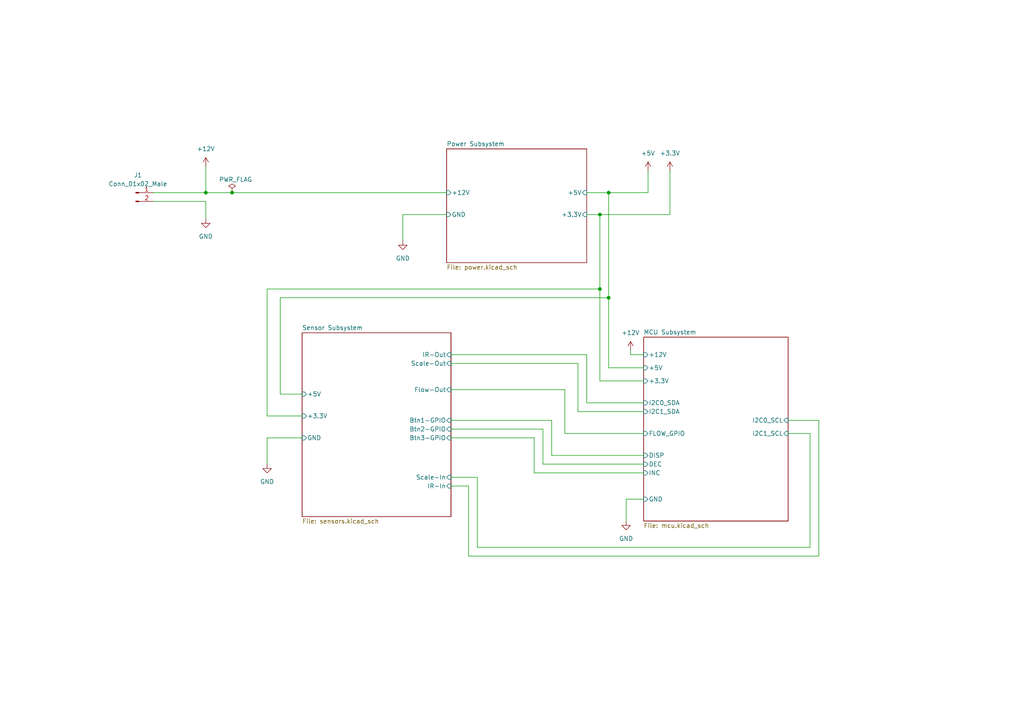
<source format=kicad_sch>
(kicad_sch (version 20211123) (generator eeschema)
  (paper "A4")
  (title_block (title "Smart Beverage System") (date "2022-10-12") (rev "2") (company "Team 51 - Kool Keg") (comment 1 "Top level schematic for the keg system.") (comment 2 "Combined by: Cole Kniffen"))
  (lib_symbols
    (symbol "Connector:Conn_01x02_Male" (pin_names (offset 1.016) hide)
      (property "Reference" "J" (at 0 2.54 0))
      (property "Value" "Conn_01x02_Male" (at 0 -5.08 0))
      (symbol "Conn_01x02_Male_1_1"
        (polyline (pts (xy 1.27 -2.54) (xy 0.8636 -2.54)) (stroke (width 0.1524)))
        (polyline (pts (xy 1.27 0) (xy 0.8636 0)) (stroke (width 0.1524)))
        (rectangle (start 0.8636 -2.413) (end 0 -2.667) (stroke (width 0.1524)) (fill (type outline)))
        (rectangle (start 0.8636 0.127) (end 0 -0.127) (stroke (width 0.1524)) (fill (type outline)))
        (pin passive line (at 5.08 0 180) (length 3.81) (name "Pin_1") (number "1"))
        (pin passive line (at 5.08 -2.54 180) (length 3.81) (name "Pin_2") (number "2"))
      )
    )
    (symbol "power:+12V" (power) (pin_names (offset 0))
      (property "Value" "+12V" (at 0 3.556 0))
      (symbol "+12V_0_1"
        (polyline (pts (xy -0.762 1.27) (xy 0 2.54)))
        (polyline (pts (xy 0 0) (xy 0 2.54)))
        (polyline (pts (xy 0 2.54) (xy 0.762 1.27)))
      )
      (symbol "+12V_1_1"
        (pin power_in line (at 0 0 90) (length 0) hide (name "+12V") (number "1"))
      )
    )
    (symbol "power:+3.3V" (power) (pin_names (offset 0))
      (property "Value" "+3.3V" (at 0 3.556 0))
      (symbol "+3.3V_0_1"
        (polyline (pts (xy -0.762 1.27) (xy 0 2.54)))
        (polyline (pts (xy 0 0) (xy 0 2.54)))
        (polyline (pts (xy 0 2.54) (xy 0.762 1.27)))
      )
      (symbol "+3.3V_1_1"
        (pin power_in line (at 0 0 90) (length 0) hide (name "+3.3V") (number "1"))
      )
    )
    (symbol "power:+5V" (power) (pin_names (offset 0))
      (property "Value" "+5V" (at 0 3.556 0))
      (symbol "+5V_0_1"
        (polyline (pts (xy -0.762 1.27) (xy 0 2.54)))
        (polyline (pts (xy 0 0) (xy 0 2.54)))
        (polyline (pts (xy 0 2.54) (xy 0.762 1.27)))
      )
      (symbol "+5V_1_1"
        (pin power_in line (at 0 0 90) (length 0) hide (name "+5V") (number "1"))
      )
    )
    (symbol "power:GND" (power) (pin_names (offset 0))
      (property "Value" "GND" (at 0 -3.81 0))
      (symbol "GND_0_1"
        (polyline (pts (xy 0 0) (xy 0 -1.27) (xy 1.27 -1.27) (xy 0 -2.54) (xy -1.27 -1.27) (xy 0 -1.27)))
      )
      (symbol "GND_1_1"
        (pin power_in line (at 0 0 270) (length 0) hide (name "GND") (number "1"))
      )
    )
    (symbol "power:PWR_FLAG" (power) (pin_numbers hide) (pin_names (offset 0) hide)
      (property "Value" "PWR_FLAG" (at 0 3.81 0))
      (symbol "PWR_FLAG_0_0"
        (pin power_out line (at 0 0 90) (length 0) (name "pwr") (number "1"))
      )
      (symbol "PWR_FLAG_0_1"
        (polyline (pts (xy 0 0) (xy 0 1.27) (xy -1.016 1.905) (xy 0 2.54) (xy 1.016 1.905) (xy 0 1.27)))
      )
    )
  )
  (junction (at 173.99 83.82))
  (junction (at 176.53 86.36))
  (junction (at 173.99 62.23))
  (junction (at 176.53 55.88))
  (junction (at 67.31 55.88))
  (junction (at 59.69 55.88))
  (wire (pts (xy 187.96 49.53) (xy 187.96 55.88)))
  (wire (pts (xy 182.88 101.6) (xy 182.88 102.87)))
  (wire (pts (xy 157.48 134.62) (xy 186.69 134.62)))
  (wire (pts (xy 173.99 62.23) (xy 194.31 62.23)))
  (wire (pts (xy 77.47 120.65) (xy 87.63 120.65)))
  (wire (pts (xy 138.43 158.75) (xy 138.43 138.43)))
  (wire (pts (xy 176.53 55.88) (xy 176.53 86.36)))
  (wire (pts (xy 135.89 161.29) (xy 237.49 161.29)))
  (wire (pts (xy 130.81 102.87) (xy 170.18 102.87)))
  (wire (pts (xy 77.47 127) (xy 77.47 134.62)))
  (wire (pts (xy 170.18 102.87) (xy 170.18 116.84)))
  (wire (pts (xy 130.81 124.46) (xy 157.48 124.46)))
  (wire (pts (xy 173.99 83.82) (xy 173.99 110.49)))
  (wire (pts (xy 81.28 114.3) (xy 87.63 114.3)))
  (wire (pts (xy 81.28 86.36) (xy 81.28 114.3)))
  (wire (pts (xy 167.64 119.38) (xy 186.69 119.38)))
  (wire (pts (xy 163.83 125.73) (xy 186.69 125.73)))
  (wire (pts (xy 59.69 58.42) (xy 59.69 63.5)))
  (wire (pts (xy 173.99 62.23) (xy 173.99 83.82)))
  (wire (pts (xy 130.81 113.03) (xy 163.83 113.03)))
  (wire (pts (xy 170.18 55.88) (xy 176.53 55.88)))
  (wire (pts (xy 130.81 105.41) (xy 167.64 105.41)))
  (wire (pts (xy 182.88 102.87) (xy 186.69 102.87)))
  (wire (pts (xy 170.18 116.84) (xy 186.69 116.84)))
  (wire (pts (xy 237.49 121.92) (xy 237.49 161.29)))
  (wire (pts (xy 67.31 55.88) (xy 129.54 55.88)))
  (wire (pts (xy 44.45 58.42) (xy 59.69 58.42)))
  (wire (pts (xy 154.94 127) (xy 154.94 137.16)))
  (wire (pts (xy 163.83 113.03) (xy 163.83 125.73)))
  (wire (pts (xy 234.95 125.73) (xy 234.95 158.75)))
  (wire (pts (xy 59.69 55.88) (xy 59.69 48.26)))
  (wire (pts (xy 160.02 121.92) (xy 160.02 132.08)))
  (wire (pts (xy 59.69 55.88) (xy 67.31 55.88)))
  (wire (pts (xy 130.81 121.92) (xy 160.02 121.92)))
  (wire (pts (xy 135.89 161.29) (xy 135.89 140.97)))
  (wire (pts (xy 130.81 127) (xy 154.94 127)))
  (wire (pts (xy 157.48 124.46) (xy 157.48 134.62)))
  (wire (pts (xy 228.6 121.92) (xy 237.49 121.92)))
  (wire (pts (xy 135.89 140.97) (xy 130.81 140.97)))
  (wire (pts (xy 129.54 62.23) (xy 116.84 62.23)))
  (wire (pts (xy 234.95 158.75) (xy 138.43 158.75)))
  (wire (pts (xy 154.94 137.16) (xy 186.69 137.16)))
  (wire (pts (xy 181.61 144.78) (xy 181.61 151.13)))
  (wire (pts (xy 44.45 55.88) (xy 59.69 55.88)))
  (wire (pts (xy 116.84 62.23) (xy 116.84 69.85)))
  (wire (pts (xy 77.47 83.82) (xy 173.99 83.82)))
  (wire (pts (xy 176.53 55.88) (xy 187.96 55.88)))
  (wire (pts (xy 77.47 83.82) (xy 77.47 120.65)))
  (wire (pts (xy 81.28 86.36) (xy 176.53 86.36)))
  (wire (pts (xy 138.43 138.43) (xy 130.81 138.43)))
  (wire (pts (xy 194.31 49.53) (xy 194.31 62.23)))
  (wire (pts (xy 181.61 144.78) (xy 186.69 144.78)))
  (wire (pts (xy 167.64 105.41) (xy 167.64 119.38)))
  (wire (pts (xy 228.6 125.73) (xy 234.95 125.73)))
  (wire (pts (xy 170.18 62.23) (xy 173.99 62.23)))
  (wire (pts (xy 176.53 86.36) (xy 176.53 106.68)))
  (wire (pts (xy 173.99 110.49) (xy 186.69 110.49)))
  (wire (pts (xy 87.63 127) (xy 77.47 127)))
  (wire (pts (xy 176.53 106.68) (xy 186.69 106.68)))
  (wire (pts (xy 160.02 132.08) (xy 186.69 132.08)))
  (symbol (lib_id "power:+5V") (at 187.96 49.53 0) (unit 1)
    (property "Reference" "#PWR07" (effects hide))
    (property "Value" "+5V" (at 187.96 44.45 0))
  )
  (symbol (lib_id "power:PWR_FLAG") (at 67.31 55.88 0) (unit 1)
    (property "Reference" "#FLG01" (effects hide))
    (property "Value" "PWR_FLAG" (at 63.5 52.07 0) (effects (justify left)))
  )
  (symbol (lib_id "power:GND") (at 59.69 63.5 0) (unit 1)
    (property "Reference" "#PWR02" (effects hide))
    (property "Value" "GND" (at 59.69 68.58 0))
  )
  (symbol (lib_id "power:+3.3V") (at 194.31 49.53 0) (unit 1)
    (property "Reference" "#PWR08" (effects hide))
    (property "Value" "+3.3V" (at 194.31 44.45 0))
  )
  (symbol (lib_id "power:+12V") (at 182.88 101.6 0) (unit 1)
    (property "Reference" "#PWR06" (effects hide))
    (property "Value" "+12V" (at 182.88 96.52 0))
  )
  (symbol (lib_id "power:GND") (at 181.61 151.13 0) (unit 1)
    (property "Reference" "#PWR05" (effects hide))
    (property "Value" "GND" (at 181.61 156.21 0))
  )
  (symbol (lib_id "Connector:Conn_01x02_Male") (at 39.37 55.88 0) (unit 1)
    (property "Reference" "J1" (at 40.005 50.8 0))
    (property "Value" "Conn_01x02_Male" (at 40.005 53.34 0))
    (property "Footprint" "Connector_Molex:Molex_KK-396_A-41791-0002_1x02_P3.96mm_Vertical" (effects hide))
  )
  (symbol (lib_id "power:+12V") (at 59.69 48.26 0) (unit 1)
    (property "Reference" "#PWR01" (effects hide))
    (property "Value" "+12V" (at 59.69 43.18 0))
  )
  (symbol (lib_id "power:GND") (at 77.47 134.62 0) (unit 1)
    (property "Reference" "#PWR03" (effects hide))
    (property "Value" "GND" (at 77.47 139.7 0))
  )
  (symbol (lib_id "power:GND") (at 116.84 69.85 0) (unit 1)
    (property "Reference" "#PWR04" (effects hide))
    (property "Value" "GND" (at 116.84 74.93 0))
  )
  (sheet (at 129.54 43.18) (size 40.64 33.02) (stroke (width 0.1524))
    (property "Sheet name" "Power Subsystem" (at 129.54 42.4684 0) (effects (justify left bottom)))
    (property "Sheet file" "power.kicad_sch" (at 129.54 76.7846 0) (effects (justify left top)))
    (pin "+12V" input (at 129.54 55.88 180))
    (pin "+3.3V" input (at 170.18 62.23 0))
    (pin "+5V" input (at 170.18 55.88 0))
    (pin "GND" input (at 129.54 62.23 180))
  )
  (sheet (at 87.63 96.52) (size 43.18 53.34) (stroke (width 0.1524))
    (property "Sheet name" "Sensor Subsystem" (at 87.63 95.8084 0) (effects (justify left bottom)))
    (property "Sheet file" "sensors.kicad_sch" (at 87.63 150.4446 0) (effects (justify left top)))
    (pin "+3.3V" input (at 87.63 120.65 180))
    (pin "+5V" input (at 87.63 114.3 180))
    (pin "GND" input (at 87.63 127 180))
    (pin "IR-In" input (at 130.81 140.97 0))
    (pin "IR-Out" input (at 130.81 102.87 0))
    (pin "Flow-Out" input (at 130.81 113.03 0))
    (pin "Btn1-GPIO" input (at 130.81 121.92 0))
    (pin "Btn2-GPIO" input (at 130.81 124.46 0))
    (pin "Btn3-GPIO" input (at 130.81 127 0))
    (pin "Scale-Out" input (at 130.81 105.41 0))
    (pin "Scale-In" input (at 130.81 138.43 0))
  )
  (sheet (at 186.69 97.79) (size 41.91 53.34) (stroke (width 0.1524))
    (property "Sheet name" "MCU Subsystem" (at 186.69 97.0784 0) (effects (justify left bottom)))
    (property "Sheet file" "mcu.kicad_sch" (at 186.69 151.7146 0) (effects (justify left top)))
    (pin "+3.3V" input (at 186.69 110.49 180))
    (pin "+12V" input (at 186.69 102.87 180))
    (pin "GND" input (at 186.69 144.78 180))
    (pin "+5V" input (at 186.69 106.68 180))
    (pin "I2C0_SCL" input (at 228.6 121.92 0))
    (pin "I2C1_SDA" input (at 186.69 119.38 180))
    (pin "I2C1_SCL" input (at 228.6 125.73 0))
    (pin "I2C0_SDA" input (at 186.69 116.84 180))
    (pin "FLOW_GPIO" input (at 186.69 125.73 180))
    (pin "DISP" input (at 186.69 132.08 180))
    (pin "DEC" input (at 186.69 134.62 180))
    (pin "INC" input (at 186.69 137.16 180))
  )
)
</source>
